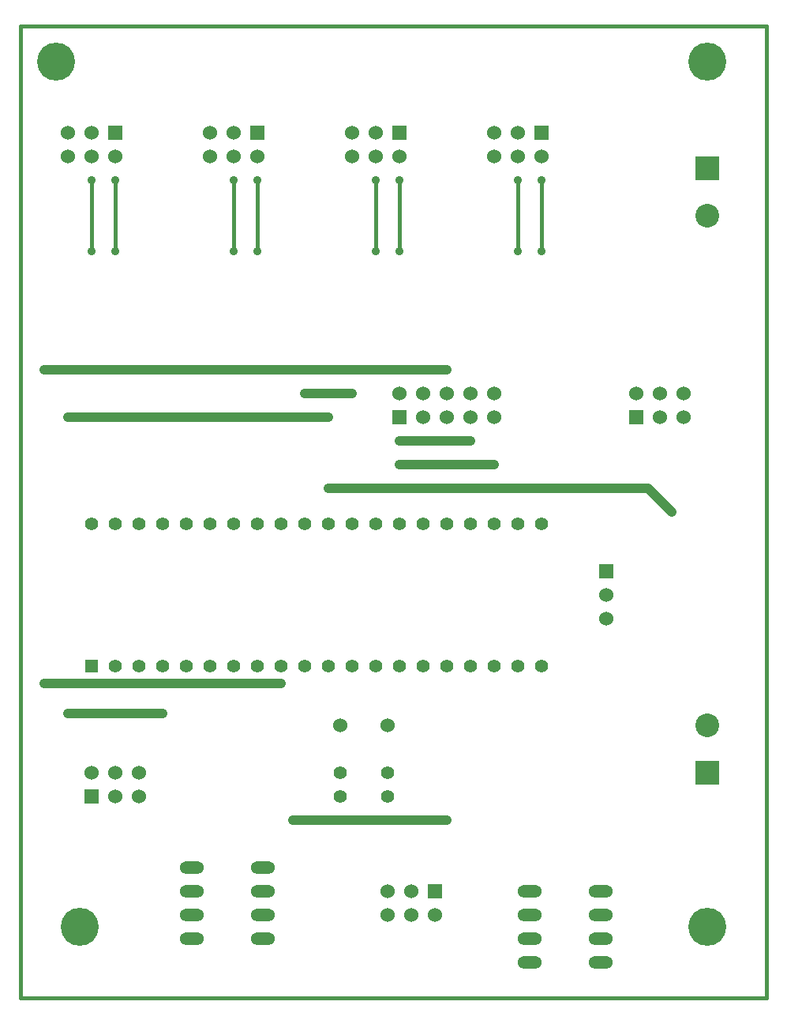
<source format=gtl>
G04 (created by PCBNEW-RS274X (2010-06-08 BZR 2367)-stable) date Sat 18 Dec 2010 10:45:12 PM CET*
G01*
G70*
G90*
%MOIN*%
G04 Gerber Fmt 3.4, Leading zero omitted, Abs format*
%FSLAX34Y34*%
G04 APERTURE LIST*
%ADD10C,0.001000*%
%ADD11C,0.015000*%
%ADD12C,0.055000*%
%ADD13R,0.060000X0.060000*%
%ADD14C,0.060000*%
%ADD15R,0.100000X0.100000*%
%ADD16C,0.100000*%
%ADD17O,0.104000X0.052000*%
%ADD18R,0.055000X0.055000*%
%ADD19C,0.160000*%
%ADD20C,0.035000*%
%ADD21C,0.039400*%
%ADD22C,0.015700*%
G04 APERTURE END LIST*
G54D10*
G54D11*
X37000Y-05500D02*
X37000Y-46500D01*
X05500Y-46500D02*
X05500Y-05500D01*
X37000Y-46500D02*
X05500Y-46500D01*
X05500Y-05500D02*
X37000Y-05500D01*
G54D12*
X21000Y-37000D03*
X21000Y-38000D03*
X19000Y-37000D03*
X19000Y-38000D03*
G54D13*
X30250Y-28500D03*
G54D14*
X30250Y-29500D03*
X30250Y-30500D03*
G54D13*
X23000Y-42000D03*
G54D14*
X23000Y-43000D03*
X22000Y-42000D03*
X22000Y-43000D03*
X21000Y-42000D03*
X21000Y-43000D03*
G54D13*
X31500Y-22000D03*
G54D14*
X31500Y-21000D03*
X32500Y-22000D03*
X32500Y-21000D03*
X33500Y-22000D03*
X33500Y-21000D03*
G54D13*
X08500Y-38000D03*
G54D14*
X08500Y-37000D03*
X09500Y-38000D03*
X09500Y-37000D03*
X10500Y-38000D03*
X10500Y-37000D03*
G54D13*
X27500Y-10000D03*
G54D14*
X27500Y-11000D03*
X26500Y-10000D03*
X26500Y-11000D03*
X25500Y-10000D03*
X25500Y-11000D03*
G54D13*
X21500Y-10000D03*
G54D14*
X21500Y-11000D03*
X20500Y-10000D03*
X20500Y-11000D03*
X19500Y-10000D03*
X19500Y-11000D03*
G54D13*
X15500Y-10000D03*
G54D14*
X15500Y-11000D03*
X14500Y-10000D03*
X14500Y-11000D03*
X13500Y-10000D03*
X13500Y-11000D03*
G54D13*
X09500Y-10000D03*
G54D14*
X09500Y-11000D03*
X08500Y-10000D03*
X08500Y-11000D03*
X07500Y-10000D03*
X07500Y-11000D03*
G54D15*
X34500Y-37000D03*
G54D16*
X34500Y-35000D03*
G54D15*
X34500Y-11500D03*
G54D16*
X34500Y-13500D03*
G54D14*
X19000Y-35000D03*
X21000Y-35000D03*
G54D17*
X30000Y-45000D03*
X30000Y-44000D03*
X30000Y-43000D03*
X30000Y-42000D03*
X27000Y-42000D03*
X27000Y-43000D03*
X27000Y-44000D03*
X27000Y-45000D03*
X15750Y-44000D03*
X15750Y-43000D03*
X15750Y-42000D03*
X15750Y-41000D03*
X12750Y-41000D03*
X12750Y-42000D03*
X12750Y-43000D03*
X12750Y-44000D03*
G54D18*
X08500Y-32500D03*
G54D12*
X09500Y-32500D03*
X10500Y-32500D03*
X11500Y-32500D03*
X12500Y-32500D03*
X13500Y-32500D03*
X14500Y-32500D03*
X15500Y-32500D03*
X16500Y-32500D03*
X17500Y-32500D03*
X18500Y-32500D03*
X19500Y-32500D03*
X20500Y-32500D03*
X21500Y-32500D03*
X22500Y-32500D03*
X23500Y-32500D03*
X24500Y-32500D03*
X25500Y-32500D03*
X26500Y-32500D03*
X27500Y-32500D03*
X27500Y-26500D03*
X26500Y-26500D03*
X25500Y-26500D03*
X24500Y-26500D03*
X23500Y-26500D03*
X22500Y-26500D03*
X21500Y-26500D03*
X20500Y-26500D03*
X19500Y-26500D03*
X18500Y-26500D03*
X17500Y-26500D03*
X16500Y-26500D03*
X15500Y-26500D03*
X14500Y-26500D03*
X13500Y-26500D03*
X12500Y-26500D03*
X11500Y-26500D03*
X10500Y-26500D03*
X09500Y-26500D03*
X08500Y-26500D03*
G54D13*
X21500Y-22000D03*
G54D14*
X21500Y-21000D03*
X22500Y-22000D03*
X22500Y-21000D03*
X23500Y-22000D03*
X23500Y-21000D03*
X24500Y-22000D03*
X24500Y-21000D03*
X25500Y-22000D03*
X25500Y-21000D03*
G54D19*
X07000Y-07000D03*
X34500Y-07000D03*
X34500Y-43500D03*
X08000Y-43500D03*
G54D20*
X17500Y-21000D03*
X19500Y-21000D03*
X21500Y-15000D03*
X21500Y-12000D03*
X20500Y-15000D03*
X20500Y-12000D03*
X17000Y-39000D03*
X23500Y-39000D03*
X06500Y-33250D03*
X06500Y-20000D03*
X23500Y-20000D03*
X16500Y-33250D03*
X09500Y-12000D03*
X09500Y-15000D03*
X15500Y-15000D03*
X15500Y-12000D03*
X21500Y-24000D03*
X25500Y-24000D03*
X27500Y-15000D03*
X27500Y-12000D03*
X26500Y-12000D03*
X26500Y-15000D03*
X08500Y-15000D03*
X08500Y-12000D03*
X14500Y-15000D03*
X14500Y-12000D03*
X21500Y-23000D03*
X24500Y-23000D03*
X07500Y-34500D03*
X11500Y-34500D03*
X18500Y-25000D03*
X33000Y-26000D03*
X18500Y-22000D03*
X07500Y-22000D03*
G54D21*
X19500Y-21000D02*
X17500Y-21000D01*
G54D22*
X21500Y-12000D02*
X21500Y-15000D01*
X20500Y-12000D02*
X20500Y-15000D01*
G54D21*
X17000Y-39000D02*
X23500Y-39000D01*
X16250Y-33250D02*
X06500Y-33250D01*
X23500Y-20000D02*
X06500Y-20000D01*
X16500Y-33250D02*
X16250Y-33250D01*
G54D22*
X09500Y-15000D02*
X09500Y-12000D01*
X15500Y-12000D02*
X15500Y-15000D01*
G54D21*
X21500Y-24000D02*
X25500Y-24000D01*
G54D22*
X27500Y-12000D02*
X27500Y-15000D01*
X26500Y-12000D02*
X26500Y-15000D01*
X08500Y-12000D02*
X08500Y-15000D01*
X14500Y-12000D02*
X14500Y-15000D01*
G54D21*
X21500Y-23000D02*
X24500Y-23000D01*
X07500Y-34500D02*
X11500Y-34500D01*
X18500Y-25000D02*
X32000Y-25000D01*
X32000Y-25000D02*
X33000Y-26000D01*
X18500Y-22000D02*
X07500Y-22000D01*
M02*

</source>
